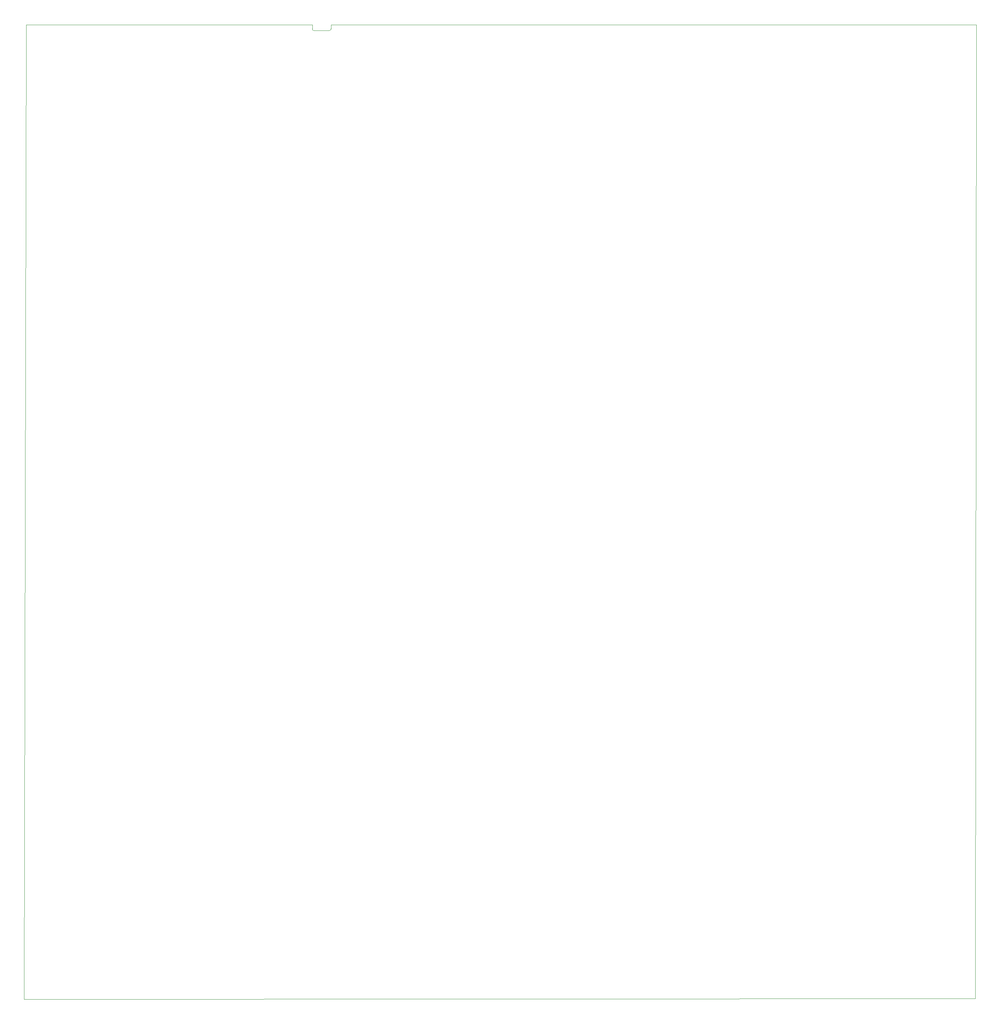
<source format=gbr>
%TF.GenerationSoftware,KiCad,Pcbnew,6.0.9-8da3e8f707~116~ubuntu20.04.1*%
%TF.CreationDate,2022-11-05T14:21:41+01:00*%
%TF.ProjectId,98keys-right,39386b65-7973-42d7-9269-6768742e6b69,rev?*%
%TF.SameCoordinates,Original*%
%TF.FileFunction,Profile,NP*%
%FSLAX46Y46*%
G04 Gerber Fmt 4.6, Leading zero omitted, Abs format (unit mm)*
G04 Created by KiCad (PCBNEW 6.0.9-8da3e8f707~116~ubuntu20.04.1) date 2022-11-05 14:21:41*
%MOMM*%
%LPD*%
G01*
G04 APERTURE LIST*
%TA.AperFunction,Profile*%
%ADD10C,0.100000*%
%TD*%
%TA.AperFunction,Profile*%
%ADD11C,0.120000*%
%TD*%
G04 APERTURE END LIST*
D10*
X291250000Y-23000000D02*
X143250000Y-23000000D01*
X291000000Y-252750000D02*
X291250000Y-23000000D01*
X66500000Y-253000000D02*
X291000000Y-252750000D01*
X67000000Y-23000000D02*
X66500000Y-253000000D01*
X130250000Y-23000000D02*
X67000000Y-23000000D01*
D11*
%TO.C,J1*%
X138950000Y-24000000D02*
X138950000Y-23000000D01*
X134950000Y-24400000D02*
X138550000Y-24400000D01*
X138950000Y-23000000D02*
X143250000Y-23000000D01*
X134550000Y-23000000D02*
X130250000Y-23000000D01*
X134550000Y-24000000D02*
X134550000Y-23000000D01*
X138550000Y-24400000D02*
G75*
G03*
X138950000Y-24000000I-2J400002D01*
G01*
X134550000Y-24000000D02*
G75*
G03*
X134950000Y-24400000I400000J0D01*
G01*
%TD*%
M02*

</source>
